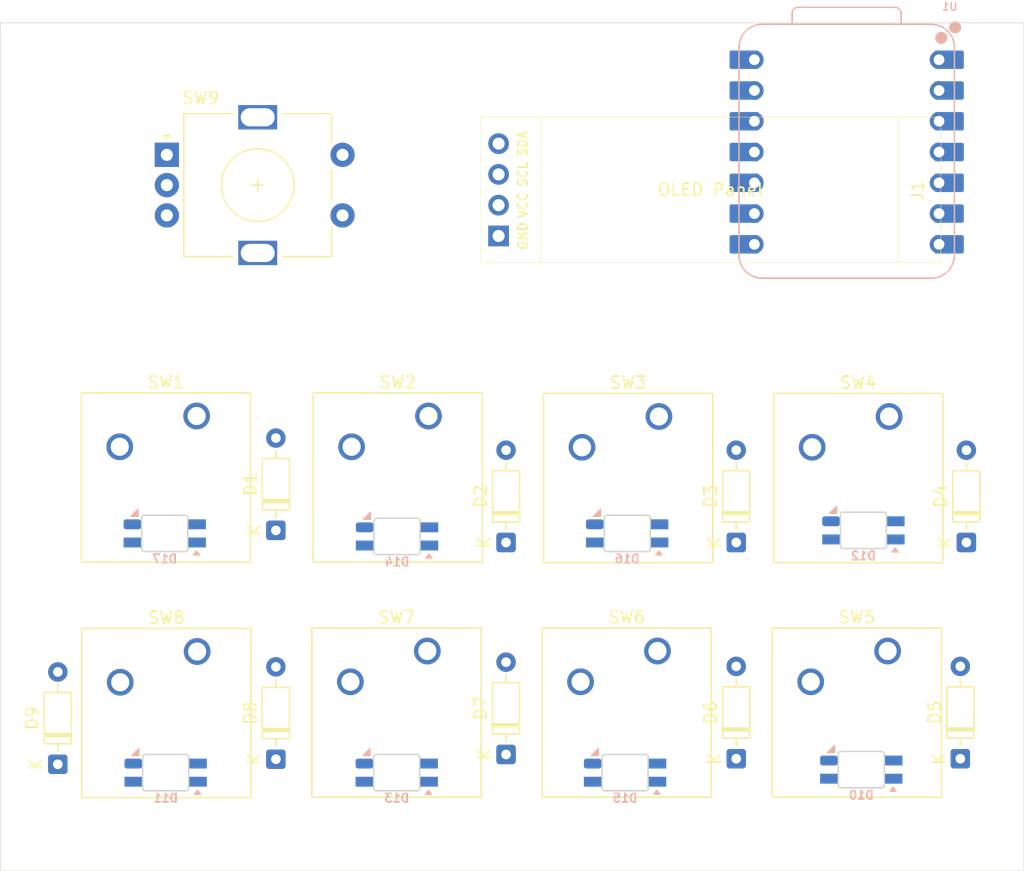
<source format=kicad_pcb>
(kicad_pcb (version 20241229) (generator "pcbnew") (generator_version "9.0")
  (layers (0 "F.Cu" signal) (2 "B.Cu" signal) (13 "F.Paste" user) (15 "B.Paste" user) (5 "F.SilkS" user "F.Silkscreen") (7 "B.SilkS" user "B.Silkscreen") (1 "F.Mask" user) (3 "B.Mask" user) (25 "Edge.Cuts" user))
  (net 0 "")
  (net 1 "Row 1")
  (net 2 "Net-(D1-A)")
  (net 3 "Net-(D2-A)")
  (net 4 "Row 2")
  (net 5 "Row 3")
  (net 6 "Net-(D3-A)")
  (net 7 "Net-(D4-A)")
  (net 8 "Net-(D5-A)")
  (net 9 "Net-(D6-A)")
  (net 10 "EC11SW1")
  (net 11 "Net-(D8-A)")
  (net 12 "Net-(D9-A)")
  (net 13 "LED")
  (net 14 "+5V")
  (net 15 "GND")
  (net 16 "Net-(D10-DOUT)")
  (net 17 "Net-(D11-DOUT)")
  (net 18 "Net-(D11-DIN)")
  (net 19 "Net-(D12-DOUT)")
  (net 20 "Net-(D13-DOUT)")
  (net 21 "Net-(D14-DOUT)")
  (net 22 "Net-(D15-DOUT)")
  (net 24 "SDA")
  (net 25 "SCL")
  (net 26 "VCC")
  (net 27 "Column 1")
  (net 28 "Column 2")
  (net 29 "Column 3")
  (net 30 "EC11RB")
  (net 31 "EC11RA")
  (footprint "Rotary_Encoder:RotaryEncoder_Alps_EC11E-Switch_Vertical_H20mm" (layer "F.Cu") (at 86 69.5)
    (property "Reference" "SW9" (at 2.8 -4.7 0) (layer "F.SilkS"))
    (property "Value" "RotaryEncoder_Switch_MP")
    (fp_line (start -0.3 -1.6) (end 0.3 -1.6) (stroke (width 0.12)) (layer "F.SilkS"))
    (fp_line (start 0 -1.3) (end -0.3 -1.6) (stroke (width 0.12)) (layer "F.SilkS"))
    (fp_line (start 0.3 -1.6) (end 0 -1.3) (stroke (width 0.12)) (layer "F.SilkS"))
    (fp_line (start 1.4 -3.4) (end 1.4 8.4) (stroke (width 0.12)) (layer "F.SilkS"))
    (fp_line (start 5.5 -3.4) (end 1.4 -3.4) (stroke (width 0.12)) (layer "F.SilkS"))
    (fp_line (start 5.5 8.4) (end 1.4 8.4) (stroke (width 0.12)) (layer "F.SilkS"))
    (fp_line (start 7 2.5) (end 8 2.5) (stroke (width 0.12)) (layer "F.SilkS"))
    (fp_line (start 7.5 2) (end 7.5 3) (stroke (width 0.12)) (layer "F.SilkS"))
    (fp_line (start 9.5 -3.4) (end 13.6 -3.4) (stroke (width 0.12)) (layer "F.SilkS"))
    (fp_line (start 13.6 -3.4) (end 13.6 -1) (stroke (width 0.12)) (layer "F.SilkS"))
    (fp_line (start 13.6 1.2) (end 13.6 3.8) (stroke (width 0.12)) (layer "F.SilkS"))
    (fp_line (start 13.6 6) (end 13.6 8.4) (stroke (width 0.12)) (layer "F.SilkS"))
    (fp_line (start 13.6 8.4) (end 9.5 8.4) (stroke (width 0.12)) (layer "F.SilkS"))
    (fp_circle (center 7.5 2.5) (end 10.5 2.5) (stroke (width 0.12)) (fill no) (layer "F.SilkS"))
    (pad "A" thru_hole rect (at 0 0) (size 2 2) (drill 1) (layers "*.Cu" "*.Mask") (net 31 "EC11RA"))
    (pad "B" thru_hole circle (at 0 5) (size 2 2) (drill 1) (layers "*.Cu" "*.Mask") (net 30 "EC11RB"))
    (pad "C" thru_hole circle (at 0 2.5) (size 2 2) (drill 1) (layers "*.Cu" "*.Mask") (net 15 "GND"))
    (pad "MP" thru_hole rect (at 7.5 -3.1) (size 3.2 2) (drill oval 2.8 1.5) (layers "*.Cu" "*.Mask") (net 15 "GND"))
    (pad "MP" thru_hole rect (at 7.5 8.1) (size 3.2 2) (drill oval 2.8 1.5) (layers "*.Cu" "*.Mask") (net 15 "GND"))
    (pad "S1" thru_hole circle (at 14.5 5) (size 2 2) (drill 1) (layers "*.Cu" "*.Mask") (net 10 "EC11SW1"))
    (pad "S2" thru_hole circle (at 14.5 0) (size 2 2) (drill 1) (layers "*.Cu" "*.Mask") (net 29 "Column 3"))
  )
  (footprint "Diode_THT:D_DO-35_SOD27_P7.62mm_Horizontal" (layer "F.Cu") (at 133 119.35 90)
    (property "Reference" "D6" (at 3.81 -2.12 90) (layer "F.SilkS"))
    (property "Value" "1N4148")
    (fp_line (start 2.53 -1.12) (end 2.53 1.12) (stroke (width 0.12)) (layer "F.SilkS"))
    (fp_line (start 2.41 -1.12) (end 2.41 1.12) (stroke (width 0.12)) (layer "F.SilkS"))
    (fp_line (start 2.29 -1.12) (end 2.29 1.12) (stroke (width 0.12)) (layer "F.SilkS"))
    (fp_line (start 6.58 0) (end 5.93 0) (stroke (width 0.12)) (layer "F.SilkS"))
    (fp_line (start 1.04 0) (end 1.69 0) (stroke (width 0.12)) (layer "F.SilkS"))
    (fp_rect (start 1.69 -1.12) (end 5.93 1.12) (stroke (width 0.12)) (fill no) (layer "F.SilkS"))
    (fp_text user "K" (at 0 -1.8 90) (layer "F.SilkS"))
    (pad "1" thru_hole roundrect (at 0 0 90) (size 1.6 1.6) (drill 0.8) (layers "*.Cu" "*.Mask") (roundrect_rratio 0.15625) (net 5 "Row 3"))
    (pad "2" thru_hole circle (at 7.62 0 90) (size 1.6 1.6) (drill 0.8) (layers "*.Cu" "*.Mask") (net 9 "Net-(D6-A)"))
  )
  (footprint "OLED:SSD1306-0.91-OLED-4pin-128x32" (layer "F.Cu") (at 149.885 78.385 180)
    (property "Reference" "J1" (at 1.9 5.91 90) (layer "F.SilkS"))
    (property "Value" "Conn_01x04_Pin")
    (fp_line (start 38 12) (end 38 0) (stroke (width 0.04)) (layer "F.SilkS"))
    (fp_line (start 38 0) (end 0 0) (stroke (width 0.04)) (layer "F.SilkS"))
    (fp_line (start 33 0) (end 33 12) (stroke (width 0.04)) (layer "F.SilkS"))
    (fp_line (start 3.5 0) (end 3.5 12) (stroke (width 0.04)) (layer "F.SilkS"))
    (fp_line (start 0 12) (end 38 12) (stroke (width 0.04)) (layer "F.SilkS"))
    (fp_line (start 0 0) (end 0 12) (stroke (width 0.04)) (layer "F.SilkS"))
    (fp_text user "SDA" (at 34.5 9.81 90) (layer "F.SilkS") (effects (font (size 0.75 0.75))))
    (fp_text user "OLED Panel" (at 19 6 0) (layer "F.SilkS"))
    (fp_text user "VCC" (at 34.5 4.73 90) (layer "F.SilkS") (effects (font (size 0.75 0.75))))
    (fp_text user "GND" (at 34.5 2.19 90) (layer "F.SilkS") (effects (font (size 0.75 0.75))))
    (fp_text user "SCL" (at 34.5 7.27 90) (layer "F.SilkS") (effects (font (size 0.75 0.75))))
    (pad "1" thru_hole rect (at 36.5 2.19 180) (size 1.7 1.7) (drill 1) (layers "*.Cu" "*.Mask") (net 15 "GND"))
    (pad "2" thru_hole oval (at 36.5 4.73 180) (size 1.7 1.7) (drill 1) (layers "*.Cu" "*.Mask") (net 26 "VCC"))
    (pad "3" thru_hole oval (at 36.5 7.27 180) (size 1.7 1.7) (drill 1) (layers "*.Cu" "*.Mask") (net 25 "SCL"))
    (pad "4" thru_hole oval (at 36.5 9.81 180) (size 1.7 1.7) (drill 1) (layers "*.Cu" "*.Mask") (net 24 "SDA"))
  )
  (footprint "Button_Switch_Keyboard:SW_Cherry_MX_1.00u_PCB" (layer "F.Cu") (at 107.5 110.46)
    (property "Reference" "SW7" (at -2.54 -2.794 0) (layer "F.SilkS"))
    (property "Value" "SW_Push")
    (fp_line (start -9.525 -1.905) (end 4.445 -1.905) (stroke (width 0.12)) (layer "F.SilkS"))
    (fp_line (start -9.525 12.065) (end -9.525 -1.905) (stroke (width 0.12)) (layer "F.SilkS"))
    (fp_line (start 4.445 -1.905) (end 4.445 12.065) (stroke (width 0.12)) (layer "F.SilkS"))
    (fp_line (start 4.445 12.065) (end -9.525 12.065) (stroke (width 0.12)) (layer "F.SilkS"))
    (pad "" np_thru_hole circle (at -7.62 5.08) (size 1.7 1.7) (drill 1.7) (layers "*.Cu" "*.Mask"))
    (pad "" np_thru_hole circle (at -2.54 5.08) (size 4 4) (drill 4) (layers "*.Cu" "*.Mask"))
    (pad "" np_thru_hole circle (at 2.54 5.08) (size 1.7 1.7) (drill 1.7) (layers "*.Cu" "*.Mask"))
    (pad "1" thru_hole circle (at 0 0) (size 2.2 2.2) (drill 1.5) (layers "*.Cu" "*.Mask") (net 29 "Column 3"))
    (pad "2" thru_hole circle (at -6.35 2.54) (size 2.2 2.2) (drill 1.5) (layers "*.Cu" "*.Mask") (net 11 "Net-(D8-A)"))
  )
  (footprint "Diode_THT:D_DO-35_SOD27_P7.62mm_Horizontal" (layer "F.Cu") (at 114 119 90)
    (property "Reference" "D7" (at 3.81 -2.12 90) (layer "F.SilkS"))
    (property "Value" "1N4148")
    (fp_line (start 2.53 -1.12) (end 2.53 1.12) (stroke (width 0.12)) (layer "F.SilkS"))
    (fp_line (start 2.41 -1.12) (end 2.41 1.12) (stroke (width 0.12)) (layer "F.SilkS"))
    (fp_line (start 2.29 -1.12) (end 2.29 1.12) (stroke (width 0.12)) (layer "F.SilkS"))
    (fp_line (start 6.58 0) (end 5.93 0) (stroke (width 0.12)) (layer "F.SilkS"))
    (fp_line (start 1.04 0) (end 1.69 0) (stroke (width 0.12)) (layer "F.SilkS"))
    (fp_rect (start 1.69 -1.12) (end 5.93 1.12) (stroke (width 0.12)) (fill no) (layer "F.SilkS"))
    (fp_text user "K" (at 0 -1.8 90) (layer "F.SilkS"))
    (pad "1" thru_hole roundrect (at 0 0 90) (size 1.6 1.6) (drill 0.8) (layers "*.Cu" "*.Mask") (roundrect_rratio 0.15625) (net 5 "Row 3"))
    (pad "2" thru_hole circle (at 7.62 0 90) (size 1.6 1.6) (drill 0.8) (layers "*.Cu" "*.Mask") (net 10 "EC11SW1"))
  )
  (footprint "Button_Switch_Keyboard:SW_Cherry_MX_1.00u_PCB" (layer "F.Cu") (at 126.5 110.46)
    (property "Reference" "SW6" (at -2.54 -2.794 0) (layer "F.SilkS"))
    (property "Value" "SW_Push")
    (fp_line (start -9.525 -1.905) (end 4.445 -1.905) (stroke (width 0.12)) (layer "F.SilkS"))
    (fp_line (start -9.525 12.065) (end -9.525 -1.905) (stroke (width 0.12)) (layer "F.SilkS"))
    (fp_line (start 4.445 -1.905) (end 4.445 12.065) (stroke (width 0.12)) (layer "F.SilkS"))
    (fp_line (start 4.445 12.065) (end -9.525 12.065) (stroke (width 0.12)) (layer "F.SilkS"))
    (pad "" np_thru_hole circle (at -7.62 5.08) (size 1.7 1.7) (drill 1.7) (layers "*.Cu" "*.Mask"))
    (pad "" np_thru_hole circle (at -2.54 5.08) (size 4 4) (drill 4) (layers "*.Cu" "*.Mask"))
    (pad "" np_thru_hole circle (at 2.54 5.08) (size 1.7 1.7) (drill 1.7) (layers "*.Cu" "*.Mask"))
    (pad "1" thru_hole circle (at 0 0) (size 2.2 2.2) (drill 1.5) (layers "*.Cu" "*.Mask") (net 28 "Column 2"))
    (pad "2" thru_hole circle (at -6.35 2.54) (size 2.2 2.2) (drill 1.5) (layers "*.Cu" "*.Mask") (net 9 "Net-(D6-A)"))
  )
  (footprint "Diode_THT:D_DO-35_SOD27_P7.62mm_Horizontal" (layer "F.Cu") (at 133 101.5 90)
    (property "Reference" "D3" (at 3.81 -2.12 90) (layer "F.SilkS"))
    (property "Value" "1N4148")
    (fp_line (start 2.53 -1.12) (end 2.53 1.12) (stroke (width 0.12)) (layer "F.SilkS"))
    (fp_line (start 2.41 -1.12) (end 2.41 1.12) (stroke (width 0.12)) (layer "F.SilkS"))
    (fp_line (start 2.29 -1.12) (end 2.29 1.12) (stroke (width 0.12)) (layer "F.SilkS"))
    (fp_line (start 6.58 0) (end 5.93 0) (stroke (width 0.12)) (layer "F.SilkS"))
    (fp_line (start 1.04 0) (end 1.69 0) (stroke (width 0.12)) (layer "F.SilkS"))
    (fp_rect (start 1.69 -1.12) (end 5.93 1.12) (stroke (width 0.12)) (fill no) (layer "F.SilkS"))
    (fp_text user "K" (at 0 -1.8 90) (layer "F.SilkS"))
    (pad "1" thru_hole roundrect (at 0 0 90) (size 1.6 1.6) (drill 0.8) (layers "*.Cu" "*.Mask") (roundrect_rratio 0.15625) (net 5 "Row 3"))
    (pad "2" thru_hole circle (at 7.62 0 90) (size 1.6 1.6) (drill 0.8) (layers "*.Cu" "*.Mask") (net 6 "Net-(D3-A)"))
  )
  (footprint "Diode_THT:D_DO-35_SOD27_P7.62mm_Horizontal" (layer "F.Cu") (at 152 101.5 90)
    (property "Reference" "D4" (at 3.81 -2.12 90) (layer "F.SilkS"))
    (property "Value" "1N4148")
    (fp_line (start 2.53 -1.12) (end 2.53 1.12) (stroke (width 0.12)) (layer "F.SilkS"))
    (fp_line (start 2.41 -1.12) (end 2.41 1.12) (stroke (width 0.12)) (layer "F.SilkS"))
    (fp_line (start 2.29 -1.12) (end 2.29 1.12) (stroke (width 0.12)) (layer "F.SilkS"))
    (fp_line (start 6.58 0) (end 5.93 0) (stroke (width 0.12)) (layer "F.SilkS"))
    (fp_line (start 1.04 0) (end 1.69 0) (stroke (width 0.12)) (layer "F.SilkS"))
    (fp_rect (start 1.69 -1.12) (end 5.93 1.12) (stroke (width 0.12)) (fill no) (layer "F.SilkS"))
    (fp_text user "K" (at 0 -1.8 90) (layer "F.SilkS"))
    (pad "1" thru_hole roundrect (at 0 0 90) (size 1.6 1.6) (drill 0.8) (layers "*.Cu" "*.Mask") (roundrect_rratio 0.15625) (net 1 "Row 1"))
    (pad "2" thru_hole circle (at 7.62 0 90) (size 1.6 1.6) (drill 0.8) (layers "*.Cu" "*.Mask") (net 7 "Net-(D4-A)"))
  )
  (footprint "Diode_THT:D_DO-35_SOD27_P7.62mm_Horizontal" (layer "F.Cu") (at 95 119.39 90)
    (property "Reference" "D8" (at 3.81 -2.12 90) (layer "F.SilkS"))
    (property "Value" "1N4148")
    (fp_line (start 2.53 -1.12) (end 2.53 1.12) (stroke (width 0.12)) (layer "F.SilkS"))
    (fp_line (start 2.41 -1.12) (end 2.41 1.12) (stroke (width 0.12)) (layer "F.SilkS"))
    (fp_line (start 2.29 -1.12) (end 2.29 1.12) (stroke (width 0.12)) (layer "F.SilkS"))
    (fp_line (start 6.58 0) (end 5.93 0) (stroke (width 0.12)) (layer "F.SilkS"))
    (fp_line (start 1.04 0) (end 1.69 0) (stroke (width 0.12)) (layer "F.SilkS"))
    (fp_rect (start 1.69 -1.12) (end 5.93 1.12) (stroke (width 0.12)) (fill no) (layer "F.SilkS"))
    (fp_text user "K" (at 0 -1.8 90) (layer "F.SilkS"))
    (pad "1" thru_hole roundrect (at 0 0 90) (size 1.6 1.6) (drill 0.8) (layers "*.Cu" "*.Mask") (roundrect_rratio 0.15625) (net 1 "Row 1"))
    (pad "2" thru_hole circle (at 7.62 0 90) (size 1.6 1.6) (drill 0.8) (layers "*.Cu" "*.Mask") (net 11 "Net-(D8-A)"))
  )
  (footprint "Diode_THT:D_DO-35_SOD27_P7.62mm_Horizontal" (layer "F.Cu") (at 77 119.81 90)
    (property "Reference" "D9" (at 3.81 -2.12 90) (layer "F.SilkS"))
    (property "Value" "1N4148")
    (fp_line (start 2.53 -1.12) (end 2.53 1.12) (stroke (width 0.12)) (layer "F.SilkS"))
    (fp_line (start 2.41 -1.12) (end 2.41 1.12) (stroke (width 0.12)) (layer "F.SilkS"))
    (fp_line (start 2.29 -1.12) (end 2.29 1.12) (stroke (width 0.12)) (layer "F.SilkS"))
    (fp_line (start 6.58 0) (end 5.93 0) (stroke (width 0.12)) (layer "F.SilkS"))
    (fp_line (start 1.04 0) (end 1.69 0) (stroke (width 0.12)) (layer "F.SilkS"))
    (fp_rect (start 1.69 -1.12) (end 5.93 1.12) (stroke (width 0.12)) (fill no) (layer "F.SilkS"))
    (fp_text user "K" (at 0 -1.8 90) (layer "F.SilkS"))
    (pad "1" thru_hole roundrect (at 0 0 90) (size 1.6 1.6) (drill 0.8) (layers "*.Cu" "*.Mask") (roundrect_rratio 0.15625) (net 4 "Row 2"))
    (pad "2" thru_hole circle (at 7.62 0 90) (size 1.6 1.6) (drill 0.8) (layers "*.Cu" "*.Mask") (net 12 "Net-(D9-A)"))
  )
  (footprint "Button_Switch_Keyboard:SW_Cherry_MX_1.00u_PCB" (layer "F.Cu") (at 145.5 110.46)
    (property "Reference" "SW5" (at -2.54 -2.794 0) (layer "F.SilkS"))
    (property "Value" "SW_Push")
    (fp_line (start -9.525 -1.905) (end 4.445 -1.905) (stroke (width 0.12)) (layer "F.SilkS"))
    (fp_line (start -9.525 12.065) (end -9.525 -1.905) (stroke (width 0.12)) (layer "F.SilkS"))
    (fp_line (start 4.445 -1.905) (end 4.445 12.065) (stroke (width 0.12)) (layer "F.SilkS"))
    (fp_line (start 4.445 12.065) (end -9.525 12.065) (stroke (width 0.12)) (layer "F.SilkS"))
    (pad "" np_thru_hole circle (at -7.62 5.08) (size 1.7 1.7) (drill 1.7) (layers "*.Cu" "*.Mask"))
    (pad "" np_thru_hole circle (at -2.54 5.08) (size 4 4) (drill 4) (layers "*.Cu" "*.Mask"))
    (pad "" np_thru_hole circle (at 2.54 5.08) (size 1.7 1.7) (drill 1.7) (layers "*.Cu" "*.Mask"))
    (pad "1" thru_hole circle (at 0 0) (size 2.2 2.2) (drill 1.5) (layers "*.Cu" "*.Mask") (net 28 "Column 2"))
    (pad "2" thru_hole circle (at -6.35 2.54) (size 2.2 2.2) (drill 1.5) (layers "*.Cu" "*.Mask") (net 8 "Net-(D5-A)"))
  )
  (footprint "Button_Switch_Keyboard:SW_Cherry_MX_1.00u_PCB" (layer "F.Cu") (at 145.62 91.1)
    (property "Reference" "SW4" (at -2.54 -2.794 0) (layer "F.SilkS"))
    (property "Value" "SW_Push")
    (fp_line (start -9.525 -1.905) (end 4.445 -1.905) (stroke (width 0.12)) (layer "F.SilkS"))
    (fp_line (start -9.525 12.065) (end -9.525 -1.905) (stroke (width 0.12)) (layer "F.SilkS"))
    (fp_line (start 4.445 -1.905) (end 4.445 12.065) (stroke (width 0.12)) (layer "F.SilkS"))
    (fp_line (start 4.445 12.065) (end -9.525 12.065) (stroke (width 0.12)) (layer "F.SilkS"))
    (pad "" np_thru_hole circle (at -7.62 5.08) (size 1.7 1.7) (drill 1.7) (layers "*.Cu" "*.Mask"))
    (pad "" np_thru_hole circle (at -2.54 5.08) (size 4 4) (drill 4) (layers "*.Cu" "*.Mask"))
    (pad "" np_thru_hole circle (at 2.54 5.08) (size 1.7 1.7) (drill 1.7) (layers "*.Cu" "*.Mask"))
    (pad "1" thru_hole circle (at 0 0) (size 2.2 2.2) (drill 1.5) (layers "*.Cu" "*.Mask") (net 28 "Column 2"))
    (pad "2" thru_hole circle (at -6.35 2.54) (size 2.2 2.2) (drill 1.5) (layers "*.Cu" "*.Mask") (net 7 "Net-(D4-A)"))
  )
  (footprint "Button_Switch_Keyboard:SW_Cherry_MX_1.00u_PCB" (layer "F.Cu") (at 88.5 110.5)
    (property "Reference" "SW8" (at -2.54 -2.794 0) (layer "F.SilkS"))
    (property "Value" "SW_Push")
    (fp_line (start -9.525 -1.905) (end 4.445 -1.905) (stroke (width 0.12)) (layer "F.SilkS"))
    (fp_line (start -9.525 12.065) (end -9.525 -1.905) (stroke (width 0.12)) (layer "F.SilkS"))
    (fp_line (start 4.445 -1.905) (end 4.445 12.065) (stroke (width 0.12)) (layer "F.SilkS"))
    (fp_line (start 4.445 12.065) (end -9.525 12.065) (stroke (width 0.12)) (layer "F.SilkS"))
    (pad "" np_thru_hole circle (at -7.62 5.08) (size 1.7 1.7) (drill 1.7) (layers "*.Cu" "*.Mask"))
    (pad "" np_thru_hole circle (at -2.54 5.08) (size 4 4) (drill 4) (layers "*.Cu" "*.Mask"))
    (pad "" np_thru_hole circle (at 2.54 5.08) (size 1.7 1.7) (drill 1.7) (layers "*.Cu" "*.Mask"))
    (pad "1" thru_hole circle (at 0 0) (size 2.2 2.2) (drill 1.5) (layers "*.Cu" "*.Mask") (net 29 "Column 3"))
    (pad "2" thru_hole circle (at -6.35 2.54) (size 2.2 2.2) (drill 1.5) (layers "*.Cu" "*.Mask") (net 12 "Net-(D9-A)"))
  )
  (footprint "Button_Switch_Keyboard:SW_Cherry_MX_1.00u_PCB" (layer "F.Cu") (at 126.62 91.1)
    (property "Reference" "SW3" (at -2.54 -2.794 0) (layer "F.SilkS"))
    (property "Value" "SW_Push")
    (fp_line (start -9.525 -1.905) (end 4.445 -1.905) (stroke (width 0.12)) (layer "F.SilkS"))
    (fp_line (start -9.525 12.065) (end -9.525 -1.905) (stroke (width 0.12)) (layer "F.SilkS"))
    (fp_line (start 4.445 -1.905) (end 4.445 12.065) (stroke (width 0.12)) (layer "F.SilkS"))
    (fp_line (start 4.445 12.065) (end -9.525 12.065) (stroke (width 0.12)) (layer "F.SilkS"))
    (pad "" np_thru_hole circle (at -7.62 5.08) (size 1.7 1.7) (drill 1.7) (layers "*.Cu" "*.Mask"))
    (pad "" np_thru_hole circle (at -2.54 5.08) (size 4 4) (drill 4) (layers "*.Cu" "*.Mask"))
    (pad "" np_thru_hole circle (at 2.54 5.08) (size 1.7 1.7) (drill 1.7) (layers "*.Cu" "*.Mask"))
    (pad "1" thru_hole circle (at 0 0) (size 2.2 2.2) (drill 1.5) (layers "*.Cu" "*.Mask") (net 27 "Column 1"))
    (pad "2" thru_hole circle (at -6.35 2.54) (size 2.2 2.2) (drill 1.5) (layers "*.Cu" "*.Mask") (net 6 "Net-(D3-A)"))
  )
  (footprint "Diode_THT:D_DO-35_SOD27_P7.62mm_Horizontal" (layer "F.Cu") (at 151.5 119.35 90)
    (property "Reference" "D5" (at 3.81 -2.12 90) (layer "F.SilkS"))
    (property "Value" "1N4148")
    (fp_line (start 2.53 -1.12) (end 2.53 1.12) (stroke (width 0.12)) (layer "F.SilkS"))
    (fp_line (start 2.41 -1.12) (end 2.41 1.12) (stroke (width 0.12)) (layer "F.SilkS"))
    (fp_line (start 2.29 -1.12) (end 2.29 1.12) (stroke (width 0.12)) (layer "F.SilkS"))
    (fp_line (start 6.58 0) (end 5.93 0) (stroke (width 0.12)) (layer "F.SilkS"))
    (fp_line (start 1.04 0) (end 1.69 0) (stroke (width 0.12)) (layer "F.SilkS"))
    (fp_rect (start 1.69 -1.12) (end 5.93 1.12) (stroke (width 0.12)) (fill no) (layer "F.SilkS"))
    (fp_text user "K" (at 0 -1.8 90) (layer "F.SilkS"))
    (pad "1" thru_hole roundrect (at 0 0 90) (size 1.6 1.6) (drill 0.8) (layers "*.Cu" "*.Mask") (roundrect_rratio 0.15625) (net 4 "Row 2"))
    (pad "2" thru_hole circle (at 7.62 0 90) (size 1.6 1.6) (drill 0.8) (layers "*.Cu" "*.Mask") (net 8 "Net-(D5-A)"))
  )
  (footprint "Button_Switch_Keyboard:SW_Cherry_MX_1.00u_PCB" (layer "F.Cu") (at 107.6 91.06)
    (property "Reference" "SW2" (at -2.54 -2.794 0) (layer "F.SilkS"))
    (property "Value" "SW_Push")
    (fp_line (start -9.525 -1.905) (end 4.445 -1.905) (stroke (width 0.12)) (layer "F.SilkS"))
    (fp_line (start -9.525 12.065) (end -9.525 -1.905) (stroke (width 0.12)) (layer "F.SilkS"))
    (fp_line (start 4.445 -1.905) (end 4.445 12.065) (stroke (width 0.12)) (layer "F.SilkS"))
    (fp_line (start 4.445 12.065) (end -9.525 12.065) (stroke (width 0.12)) (layer "F.SilkS"))
    (pad "" np_thru_hole circle (at -7.62 5.08) (size 1.7 1.7) (drill 1.7) (layers "*.Cu" "*.Mask"))
    (pad "" np_thru_hole circle (at -2.54 5.08) (size 4 4) (drill 4) (layers "*.Cu" "*.Mask"))
    (pad "" np_thru_hole circle (at 2.54 5.08) (size 1.7 1.7) (drill 1.7) (layers "*.Cu" "*.Mask"))
    (pad "1" thru_hole circle (at 0 0) (size 2.2 2.2) (drill 1.5) (layers "*.Cu" "*.Mask") (net 27 "Column 1"))
    (pad "2" thru_hole circle (at -6.35 2.54) (size 2.2 2.2) (drill 1.5) (layers "*.Cu" "*.Mask") (net 3 "Net-(D2-A)"))
  )
  (footprint "Button_Switch_Keyboard:SW_Cherry_MX_1.00u_PCB" (layer "F.Cu") (at 88.46 91.06)
    (property "Reference" "SW1" (at -2.54 -2.794 0) (layer "F.SilkS"))
    (property "Value" "SW_Push")
    (fp_line (start -9.525 -1.905) (end 4.445 -1.905) (stroke (width 0.12)) (layer "F.SilkS"))
    (fp_line (start -9.525 12.065) (end -9.525 -1.905) (stroke (width 0.12)) (layer "F.SilkS"))
    (fp_line (start 4.445 -1.905) (end 4.445 12.065) (stroke (width 0.12)) (layer "F.SilkS"))
    (fp_line (start 4.445 12.065) (end -9.525 12.065) (stroke (width 0.12)) (layer "F.SilkS"))
    (pad "" np_thru_hole circle (at -7.62 5.08) (size 1.7 1.7) (drill 1.7) (layers "*.Cu" "*.Mask"))
    (pad "" np_thru_hole circle (at -2.54 5.08) (size 4 4) (drill 4) (layers "*.Cu" "*.Mask"))
    (pad "" np_thru_hole circle (at 2.54 5.08) (size 1.7 1.7) (drill 1.7) (layers "*.Cu" "*.Mask"))
    (pad "1" thru_hole circle (at 0 0) (size 2.2 2.2) (drill 1.5) (layers "*.Cu" "*.Mask") (net 27 "Column 1"))
    (pad "2" thru_hole circle (at -6.35 2.54) (size 2.2 2.2) (drill 1.5) (layers "*.Cu" "*.Mask") (net 2 "Net-(D1-A)"))
  )
  (footprint "Diode_THT:D_DO-35_SOD27_P7.62mm_Horizontal" (layer "F.Cu") (at 114 101.5 90)
    (property "Reference" "D2" (at 3.81 -2.12 90) (layer "F.SilkS"))
    (property "Value" "1N4148")
    (fp_line (start 2.53 -1.12) (end 2.53 1.12) (stroke (width 0.12)) (layer "F.SilkS"))
    (fp_line (start 2.41 -1.12) (end 2.41 1.12) (stroke (width 0.12)) (layer "F.SilkS"))
    (fp_line (start 2.29 -1.12) (end 2.29 1.12) (stroke (width 0.12)) (layer "F.SilkS"))
    (fp_line (start 6.58 0) (end 5.93 0) (stroke (width 0.12)) (layer "F.SilkS"))
    (fp_line (start 1.04 0) (end 1.69 0) (stroke (width 0.12)) (layer "F.SilkS"))
    (fp_rect (start 1.69 -1.12) (end 5.93 1.12) (stroke (width 0.12)) (fill no) (layer "F.SilkS"))
    (fp_text user "K" (at 0 -1.8 90) (layer "F.SilkS"))
    (pad "1" thru_hole roundrect (at 0 0 90) (size 1.6 1.6) (drill 0.8) (layers "*.Cu" "*.Mask") (roundrect_rratio 0.15625) (net 4 "Row 2"))
    (pad "2" thru_hole circle (at 7.62 0 90) (size 1.6 1.6) (drill 0.8) (layers "*.Cu" "*.Mask") (net 3 "Net-(D2-A)"))
  )
  (footprint "Diode_THT:D_DO-35_SOD27_P7.62mm_Horizontal" (layer "F.Cu") (at 95 100.5 90)
    (property "Reference" "D1" (at 3.81 -2.12 90) (layer "F.SilkS"))
    (property "Value" "1N4148")
    (fp_line (start 2.53 -1.12) (end 2.53 1.12) (stroke (width 0.12)) (layer "F.SilkS"))
    (fp_line (start 2.41 -1.12) (end 2.41 1.12) (stroke (width 0.12)) (layer "F.SilkS"))
    (fp_line (start 2.29 -1.12) (end 2.29 1.12) (stroke (width 0.12)) (layer "F.SilkS"))
    (fp_line (start 6.58 0) (end 5.93 0) (stroke (width 0.12)) (layer "F.SilkS"))
    (fp_line (start 1.04 0) (end 1.69 0) (stroke (width 0.12)) (layer "F.SilkS"))
    (fp_rect (start 1.69 -1.12) (end 5.93 1.12) (stroke (width 0.12)) (fill no) (layer "F.SilkS"))
    (fp_text user "K" (at 0 -1.8 90) (layer "F.SilkS"))
    (pad "1" thru_hole roundrect (at 0 0 90) (size 1.6 1.6) (drill 0.8) (layers "*.Cu" "*.Mask") (roundrect_rratio 0.15625) (net 1 "Row 1"))
    (pad "2" thru_hole circle (at 7.62 0 90) (size 1.6 1.6) (drill 0.8) (layers "*.Cu" "*.Mask") (net 2 "Net-(D1-A)"))
  )
  (footprint "LED:SK6812-MINI-E" (layer "B.Cu") (at 105 101 180)
    (property "Reference" "D14" (at 0 -2.1 0) (layer "B.SilkS") (effects (font (size 0.7 0.7)) (justify mirror)))
    (property "Value" "SK6812MINI" (hide yes))
    (fp_poly (pts (xy 2.8 1.4) (xy 2.2 1.4) (xy 2.2 2)) (stroke (width 0.1)) (fill yes) (layer "B.SilkS"))
    (fp_poly (pts (xy -2.62 -1.448) (xy -2.38 -1.778) (xy -2.86 -1.778) (xy -2.62 -1.448)) (stroke (width 0.12)) (fill yes) (layer "B.SilkS"))
    (fp_line (start 1.9 1.3) (end 1.9 -1.3) (stroke (width 0.12)) (layer "Edge.Cuts"))
    (fp_line (start 1.7 -1.5) (end -1.7 -1.5) (stroke (width 0.12)) (layer "Edge.Cuts"))
    (fp_line (start -1.7 1.5) (end 1.7 1.5) (stroke (width 0.12)) (layer "Edge.Cuts"))
    (fp_line (start -1.9 -1.3) (end -1.9 1.3) (stroke (width 0.12)) (layer "Edge.Cuts"))
    (fp_arc (start 1.9 1.3) (mid 1.841421 1.441421) (end 1.7 1.5) (stroke (width 0.12)) (layer "Edge.Cuts"))
    (fp_arc (start 1.7 -1.5) (mid 1.841421 -1.441421) (end 1.9 -1.3) (stroke (width 0.12)) (layer "Edge.Cuts"))
    (fp_arc (start -1.7 1.5) (mid -1.841421 1.441421) (end -1.9 1.3) (stroke (width 0.12)) (layer "Edge.Cuts"))
    (fp_arc (start -1.9 -1.3) (mid -1.841421 -1.441421) (end -1.7 -1.5) (stroke (width 0.12)) (layer "Edge.Cuts"))
    (pad "1" smd rect (at -2.675 -0.75 180) (size 1.45 0.82) (layers "B.Cu" "B.Mask" "B.Paste") (net 21 "Net-(D14-DOUT)"))
    (pad "2" smd rect (at -2.675 0.75 180) (size 1.45 0.82) (layers "B.Cu" "B.Mask" "B.Paste") (net 15 "GND"))
    (pad "3" smd roundrect (at 2.675 0.75 180) (size 1.45 0.82) (layers "B.Cu" "B.Mask" "B.Paste") (net 19 "Net-(D12-DOUT)"))
    (pad "4" smd rect (at 2.675 -0.75 180) (size 1.45 0.82) (layers "B.Cu" "B.Mask" "B.Paste") (net 14 "+5V"))
  )
  (footprint "LED:SK6812-MINI-E" (layer "B.Cu") (at 143.325 120.25 180)
    (property "Reference" "D10" (at 0 -2.1 0) (layer "B.SilkS") (effects (font (size 0.7 0.7)) (justify mirror)))
    (property "Value" "SK6812MINI" (hide yes))
    (fp_poly (pts (xy 2.8 1.4) (xy 2.2 1.4) (xy 2.2 2)) (stroke (width 0.1)) (fill yes) (layer "B.SilkS"))
    (fp_poly (pts (xy -2.62 -1.448) (xy -2.38 -1.778) (xy -2.86 -1.778) (xy -2.62 -1.448)) (stroke (width 0.12)) (fill yes) (layer "B.SilkS"))
    (fp_line (start 1.9 1.3) (end 1.9 -1.3) (stroke (width 0.12)) (layer "Edge.Cuts"))
    (fp_line (start 1.7 -1.5) (end -1.7 -1.5) (stroke (width 0.12)) (layer "Edge.Cuts"))
    (fp_line (start -1.7 1.5) (end 1.7 1.5) (stroke (width 0.12)) (layer "Edge.Cuts"))
    (fp_line (start -1.9 -1.3) (end -1.9 1.3) (stroke (width 0.12)) (layer "Edge.Cuts"))
    (fp_arc (start 1.9 1.3) (mid 1.841421 1.441421) (end 1.7 1.5) (stroke (width 0.12)) (layer "Edge.Cuts"))
    (fp_arc (start 1.7 -1.5) (mid 1.841421 -1.441421) (end 1.9 -1.3) (stroke (width 0.12)) (layer "Edge.Cuts"))
    (fp_arc (start -1.7 1.5) (mid -1.841421 1.441421) (end -1.9 1.3) (stroke (width 0.12)) (layer "Edge.Cuts"))
    (fp_arc (start -1.9 -1.3) (mid -1.841421 -1.441421) (end -1.7 -1.5) (stroke (width 0.12)) (layer "Edge.Cuts"))
    (pad "1" smd rect (at -2.675 -0.75 180) (size 1.45 0.82) (layers "B.Cu" "B.Mask" "B.Paste") (net 16 "Net-(D10-DOUT)"))
    (pad "2" smd rect (at -2.675 0.75 180) (size 1.45 0.82) (layers "B.Cu" "B.Mask" "B.Paste") (net 15 "GND"))
    (pad "3" smd roundrect (at 2.675 0.75 180) (size 1.45 0.82) (layers "B.Cu" "B.Mask" "B.Paste") (net 13 "LED"))
    (pad "4" smd rect (at 2.675 -0.75 180) (size 1.45 0.82) (layers "B.Cu" "B.Mask" "B.Paste") (net 14 "+5V"))
  )
  (footprint "LED:SK6812-MINI-E" (layer "B.Cu") (at 85.9 120.5 180)
    (property "Reference" "D11" (at 0 -2.1 0) (layer "B.SilkS") (effects (font (size 0.7 0.7)) (justify mirror)))
    (property "Value" "SK6812MINI" (hide yes))
    (fp_poly (pts (xy 2.8 1.4) (xy 2.2 1.4) (xy 2.2 2)) (stroke (width 0.1)) (fill yes) (layer "B.SilkS"))
    (fp_poly (pts (xy -2.62 -1.448) (xy -2.38 -1.778) (xy -2.86 -1.778) (xy -2.62 -1.448)) (stroke (width 0.12)) (fill yes) (layer "B.SilkS"))
    (fp_line (start 1.9 1.3) (end 1.9 -1.3) (stroke (width 0.12)) (layer "Edge.Cuts"))
    (fp_line (start 1.7 -1.5) (end -1.7 -1.5) (stroke (width 0.12)) (layer "Edge.Cuts"))
    (fp_line (start -1.7 1.5) (end 1.7 1.5) (stroke (width 0.12)) (layer "Edge.Cuts"))
    (fp_line (start -1.9 -1.3) (end -1.9 1.3) (stroke (width 0.12)) (layer "Edge.Cuts"))
    (fp_arc (start 1.9 1.3) (mid 1.841421 1.441421) (end 1.7 1.5) (stroke (width 0.12)) (layer "Edge.Cuts"))
    (fp_arc (start 1.7 -1.5) (mid 1.841421 -1.441421) (end 1.9 -1.3) (stroke (width 0.12)) (layer "Edge.Cuts"))
    (fp_arc (start -1.7 1.5) (mid -1.841421 1.441421) (end -1.9 1.3) (stroke (width 0.12)) (layer "Edge.Cuts"))
    (fp_arc (start -1.9 -1.3) (mid -1.841421 -1.441421) (end -1.7 -1.5) (stroke (width 0.12)) (layer "Edge.Cuts"))
    (pad "1" smd rect (at -2.675 -0.75 180) (size 1.45 0.82) (layers "B.Cu" "B.Mask" "B.Paste") (net 17 "Net-(D11-DOUT)"))
    (pad "2" smd rect (at -2.675 0.75 180) (size 1.45 0.82) (layers "B.Cu" "B.Mask" "B.Paste") (net 15 "GND"))
    (pad "3" smd roundrect (at 2.675 0.75 180) (size 1.45 0.82) (layers "B.Cu" "B.Mask" "B.Paste") (net 18 "Net-(D11-DIN)"))
    (pad "4" smd rect (at 2.675 -0.75 180) (size 1.45 0.82) (layers "B.Cu" "B.Mask" "B.Paste") (net 14 "+5V"))
  )
  (footprint "LED:SK6812-MINI-E" (layer "B.Cu") (at 85.825 100.75 180)
    (property "Reference" "D17" (at 0 -2.1 0) (layer "B.SilkS") (effects (font (size 0.7 0.7)) (justify mirror)))
    (property "Value" "SK6812MINI" (hide yes))
    (fp_poly (pts (xy 2.8 1.4) (xy 2.2 1.4) (xy 2.2 2)) (stroke (width 0.1)) (fill yes) (layer "B.SilkS"))
    (fp_poly (pts (xy -2.62 -1.448) (xy -2.38 -1.778) (xy -2.86 -1.778) (xy -2.62 -1.448)) (stroke (width 0.12)) (fill yes) (layer "B.SilkS"))
    (fp_line (start 1.9 1.3) (end 1.9 -1.3) (stroke (width 0.12)) (layer "Edge.Cuts"))
    (fp_line (start 1.7 -1.5) (end -1.7 -1.5) (stroke (width 0.12)) (layer "Edge.Cuts"))
    (fp_line (start -1.7 1.5) (end 1.7 1.5) (stroke (width 0.12)) (layer "Edge.Cuts"))
    (fp_line (start -1.9 -1.3) (end -1.9 1.3) (stroke (width 0.12)) (layer "Edge.Cuts"))
    (fp_arc (start 1.9 1.3) (mid 1.841421 1.441421) (end 1.7 1.5) (stroke (width 0.12)) (layer "Edge.Cuts"))
    (fp_arc (start 1.7 -1.5) (mid 1.841421 -1.441421) (end 1.9 -1.3) (stroke (width 0.12)) (layer "Edge.Cuts"))
    (fp_arc (start -1.7 1.5) (mid -1.841421 1.441421) (end -1.9 1.3) (stroke (width 0.12)) (layer "Edge.Cuts"))
    (fp_arc (start -1.9 -1.3) (mid -1.841421 -1.441421) (end -1.7 -1.5) (stroke (width 0.12)) (layer "Edge.Cuts"))
    (pad "1" smd rect (at -2.675 -0.75 180) (size 1.45 0.82) (layers "B.Cu" "B.Mask" "B.Paste"))
    (pad "2" smd rect (at -2.675 0.75 180) (size 1.45 0.82) (layers "B.Cu" "B.Mask" "B.Paste") (net 15 "GND"))
    (pad "3" smd roundrect (at 2.675 0.75 180) (size 1.45 0.82) (layers "B.Cu" "B.Mask" "B.Paste") (net 22 "Net-(D15-DOUT)"))
    (pad "4" smd rect (at 2.675 -0.75 180) (size 1.45 0.82) (layers "B.Cu" "B.Mask" "B.Paste") (net 14 "+5V"))
  )
  (footprint "LED:SK6812-MINI-E" (layer "B.Cu") (at 123.825 120.5 180)
    (property "Reference" "D15" (at 0 -2.1 0) (layer "B.SilkS") (effects (font (size 0.7 0.7)) (justify mirror)))
    (property "Value" "SK6812MINI" (hide yes))
    (fp_poly (pts (xy 2.8 1.4) (xy 2.2 1.4) (xy 2.2 2)) (stroke (width 0.1)) (fill yes) (layer "B.SilkS"))
    (fp_poly (pts (xy -2.62 -1.448) (xy -2.38 -1.778) (xy -2.86 -1.778) (xy -2.62 -1.448)) (stroke (width 0.12)) (fill yes) (layer "B.SilkS"))
    (fp_line (start 1.9 1.3) (end 1.9 -1.3) (stroke (width 0.12)) (layer "Edge.Cuts"))
    (fp_line (start 1.7 -1.5) (end -1.7 -1.5) (stroke (width 0.12)) (layer "Edge.Cuts"))
    (fp_line (start -1.7 1.5) (end 1.7 1.5) (stroke (width 0.12)) (layer "Edge.Cuts"))
    (fp_line (start -1.9 -1.3) (end -1.9 1.3) (stroke (width 0.12)) (layer "Edge.Cuts"))
    (fp_arc (start 1.9 1.3) (mid 1.841421 1.441421) (end 1.7 1.5) (stroke (width 0.12)) (layer "Edge.Cuts"))
    (fp_arc (start 1.7 -1.5) (mid 1.841421 -1.441421) (end 1.9 -1.3) (stroke (width 0.12)) (layer "Edge.Cuts"))
    (fp_arc (start -1.7 1.5) (mid -1.841421 1.441421) (end -1.9 1.3) (stroke (width 0.12)) (layer "Edge.Cuts"))
    (fp_arc (start -1.9 -1.3) (mid -1.841421 -1.441421) (end -1.7 -1.5) (stroke (width 0.12)) (layer "Edge.Cuts"))
    (pad "1" smd rect (at -2.675 -0.75 180) (size 1.45 0.82) (layers "B.Cu" "B.Mask" "B.Paste") (net 22 "Net-(D15-DOUT)"))
    (pad "2" smd rect (at -2.675 0.75 180) (size 1.45 0.82) (layers "B.Cu" "B.Mask" "B.Paste") (net 15 "GND"))
    (pad "3" smd roundrect (at 2.675 0.75 180) (size 1.45 0.82) (layers "B.Cu" "B.Mask" "B.Paste") (net 20 "Net-(D13-DOUT)"))
    (pad "4" smd rect (at 2.675 -0.75 180) (size 1.45 0.82) (layers "B.Cu" "B.Mask" "B.Paste") (net 14 "+5V"))
  )
  (footprint "OPL:XIAO-RP2040-DIP" (layer "B.Cu") (at 142.12 69.2685 180)
    (property "Reference" "U1" (at -8.5 12 0) (layer "B.SilkS") (effects (font (size 0.635 0.635) (thickness 0.1016)) (justify mirror)))
    (property "Value" "XIAO-RP2040-DIP")
    (fp_line (start 8.89 -8.509) (end 8.89 8.636) (stroke (width 0.127)) (layer "B.SilkS"))
    (fp_line (start 6.985 10.541) (end -6.985 10.541) (stroke (width 0.1)) (layer "B.SilkS"))
    (fp_line (start 6.985 10.541) (end -6.985 10.541) (stroke (width 0.127)) (layer "B.SilkS"))
    (fp_line (start 4.504 11.451) (end 4.504 10.541) (stroke (width 0.127)) (layer "B.SilkS"))
    (fp_line (start -3.991272 11.951) (end 4.004 11.951) (stroke (width 0.127)) (layer "B.SilkS"))
    (fp_line (start -4.495 10.541) (end -4.491272 11.451272) (stroke (width 0.127)) (layer "B.SilkS"))
    (fp_line (start -6.985 -10.414) (end 6.985 -10.414) (stroke (width 0.127)) (layer "B.SilkS"))
    (fp_line (start -8.89 -8.509) (end -8.89 8.636) (stroke (width 0.127)) (layer "B.SilkS"))
    (fp_arc (start 8.89 8.636) (mid 8.332038 9.983038) (end 6.985 10.541) (stroke (width 0.127)) (layer "B.SilkS"))
    (fp_arc (start 6.985 -10.414) (mid 8.332038 -9.856038) (end 8.89 -8.509) (stroke (width 0.127)) (layer "B.SilkS"))
    (fp_arc (start 4.504 11.451) (mid 4.357553 11.804553) (end 4.004 11.951) (stroke (width 0.127)) (layer "B.SilkS"))
    (fp_arc (start -3.991272 11.951) (mid -4.344724 11.804644) (end -4.491272 11.451272) (stroke (width 0.127)) (layer "B.SilkS"))
    (fp_arc (start -6.985 10.541) (mid -8.332038 9.983038) (end -8.89 8.636) (stroke (width 0.127)) (layer "B.SilkS"))
    (fp_arc (start -8.89 -8.509) (mid -8.332038 -9.856038) (end -6.985 -10.414) (stroke (width 0.127)) (layer "B.SilkS"))
    (fp_circle (center -7.807 9.42) (end -7.807 9.674) (stroke (width 0.5)) (fill yes) (layer "B.SilkS"))
    (fp_circle (center -8.95 10.3) (end -8.95 10.554) (stroke (width 0.5)) (fill yes) (layer "B.SilkS"))
    (pad "1" smd roundrect (at -8.455 7.62) (size 2.432 1.524) (layers "B.Cu" "B.Mask") (roundrect_rratio 0.1) (net 13 "LED"))
    (pad "1" thru_hole circle (at -7.62 7.62) (size 1.524 1.524) (drill 0.889) (layers "*.Cu" "*.Mask") (net 13 "LED"))
    (pad "2" smd roundrect (at -8.455 5.08) (size 2.432 1.524) (layers "B.Cu" "B.Mask") (roundrect_rratio 0.1) (net 1 "Row 1"))
    (pad "2" thru_hole circle (at -7.62 5.08) (size 1.524 1.524) (drill 0.889) (layers "*.Cu" "*.Mask") (net 1 "Row 1"))
    (pad "3" smd roundrect (at -8.455 2.54) (size 2.432 1.524) (layers "B.Cu" "B.Mask") (roundrect_rratio 0.1) (net 4 "Row 2"))
    (pad "3" thru_hole circle (at -7.62 2.54) (size 1.524 1.524) (drill 0.889) (layers "*.Cu" "*.Mask") (net 4 "Row 2"))
    (pad "4" smd roundrect (at -8.455 0) (size 2.432 1.524) (layers "B.Cu" "B.Mask") (roundrect_rratio 0.1) (net 5 "Row 3"))
    (pad "4" thru_hole circle (at -7.62 0) (size 1.524 1.524) (drill 0.889) (layers "*.Cu" "*.Mask") (net 5 "Row 3"))
    (pad "5" smd roundrect (at -8.455 -2.54) (size 2.432 1.524) (layers "B.Cu" "B.Mask") (roundrect_rratio 0.1) (net 24 "SDA"))
    (pad "5" thru_hole circle (at -7.62 -2.54) (size 1.524 1.524) (drill 0.889) (layers "*.Cu" "*.Mask") (net 24 "SDA"))
    (pad "6" smd roundrect (at -8.455 -5.08) (size 2.432 1.524) (layers "B.Cu" "B.Mask") (roundrect_rratio 0.1) (net 25 "SCL"))
    (pad "6" thru_hole circle (at -7.62 -5.08) (size 1.524 1.524) (drill 0.889) (layers "*.Cu" "*.Mask") (net 25 "SCL"))
    (pad "7" smd roundrect (at -8.455 -7.62) (size 2.432 1.524) (layers "B.Cu" "B.Mask") (roundrect_rratio 0.1) (net 31 "EC11RA"))
    (pad "7" thru_hole circle (at -7.62 -7.62) (size 1.524 1.524) (drill 0.889) (layers "*.Cu" "*.Mask") (net 31 "EC11RA"))
    (pad "8" thru_hole circle (at 7.62 -7.62 180) (size 1.524 1.524) (drill 0.889) (layers "*.Cu" "*.Mask") (net 30 "EC11RB"))
    (pad "8" smd roundrect (at 8.455 -7.62 180) (size 2.432 1.524) (layers "B.Cu" "B.Mask") (roundrect_rratio 0.1) (net 30 "EC11RB"))
    (pad "9" thru_hole circle (at 7.62 -5.08 180) (size 1.524 1.524) (drill 0.889) (layers "*.Cu" "*.Mask") (net 29 "Column 3"))
    (pad "9" smd roundrect (at 8.455 -5.08 180) (size 2.432 1.524) (layers "B.Cu" "B.Mask") (roundrect_rratio 0.1) (net 29 "Column 3"))
    (pad "10" thru_hole circle (at 7.62 -2.54 180) (size 1.524 1.524) (drill 0.889) (layers "*.Cu" "*.Mask") (net 28 "Column 2"))
    (pad "10" smd roundrect (at 8.455 -2.54 180) (size 2.432 1.524) (layers "B.Cu" "B.Mask") (roundrect_rratio 0.1) (net 28 "Column 2"))
    (pad "11" thru_hole circle (at 7.62 0 180) (size 1.524 1.524) (drill 0.889) (layers "*.Cu" "*.Mask") (net 27 "Column 1"))
    (pad "11" smd roundrect (at 8.455 0 180) (size 2.432 1.524) (layers "B.Cu" "B.Mask") (roundrect_rratio 0.1) (net 27 "Column 1"))
    (pad "12" thru_hole circle (at 7.62 2.54 180) (size 1.524 1.524) (drill 0.889) (layers "*.Cu" "*.Mask") (net 26 "VCC"))
    (pad "12" smd roundrect (at 8.455 2.54 180) (size 2.432 1.524) (layers "B.Cu" "B.Mask") (roundrect_rratio 0.1) (net 26 "VCC"))
    (pad "13" thru_hole circle (at 7.62 5.08 180) (size 1.524 1.524) (drill 0.889) (layers "*.Cu" "*.Mask") (net 15 "GND"))
    (pad "13" smd roundrect (at 8.455 5.08 180) (size 2.432 1.524) (layers "B.Cu" "B.Mask") (roundrect_rratio 0.1) (net 15 "GND"))
    (pad "14" thru_hole circle (at 7.62 7.62 180) (size 1.524 1.524) (drill 0.889) (layers "*.Cu" "*.Mask") (net 14 "+5V"))
    (pad "14" smd roundrect (at 8.455 7.62 180) (size 2.432 1.524) (layers "B.Cu" "B.Mask") (roundrect_rratio 0.1) (net 14 "+5V"))
  )
  (footprint "LED:SK6812-MINI-E" (layer "B.Cu") (at 104.975 120.5 180)
    (property "Reference" "D13" (at 0 -2.1 0) (layer "B.SilkS") (effects (font (size 0.7 0.7)) (justify mirror)))
    (property "Value" "SK6812MINI" (hide yes))
    (fp_poly (pts (xy 2.8 1.4) (xy 2.2 1.4) (xy 2.2 2)) (stroke (width 0.1)) (fill yes) (layer "B.SilkS"))
    (fp_poly (pts (xy -2.62 -1.448) (xy -2.38 -1.778) (xy -2.86 -1.778) (xy -2.62 -1.448)) (stroke (width 0.12)) (fill yes) (layer "B.SilkS"))
    (fp_line (start 1.9 1.3) (end 1.9 -1.3) (stroke (width 0.12)) (layer "Edge.Cuts"))
    (fp_line (start 1.7 -1.5) (end -1.7 -1.5) (stroke (width 0.12)) (layer "Edge.Cuts"))
    (fp_line (start -1.7 1.5) (end 1.7 1.5) (stroke (width 0.12)) (layer "Edge.Cuts"))
    (fp_line (start -1.9 -1.3) (end -1.9 1.3) (stroke (width 0.12)) (layer "Edge.Cuts"))
    (fp_arc (start 1.9 1.3) (mid 1.841421 1.441421) (end 1.7 1.5) (stroke (width 0.12)) (layer "Edge.Cuts"))
    (fp_arc (start 1.7 -1.5) (mid 1.841421 -1.441421) (end 1.9 -1.3) (stroke (width 0.12)) (layer "Edge.Cuts"))
    (fp_arc (start -1.7 1.5) (mid -1.841421 1.441421) (end -1.9 1.3) (stroke (width 0.12)) (layer "Edge.Cuts"))
    (fp_arc (start -1.9 -1.3) (mid -1.841421 -1.441421) (end -1.7 -1.5) (stroke (width 0.12)) (layer "Edge.Cuts"))
    (pad "1" smd rect (at -2.675 -0.75 180) (size 1.45 0.82) (layers "B.Cu" "B.Mask" "B.Paste") (net 20 "Net-(D13-DOUT)"))
    (pad "2" smd rect (at -2.675 0.75 180) (size 1.45 0.82) (layers "B.Cu" "B.Mask" "B.Paste") (net 15 "GND"))
    (pad "3" smd roundrect (at 2.675 0.75 180) (size 1.45 0.82) (layers "B.Cu" "B.Mask" "B.Paste") (net 17 "Net-(D11-DOUT)"))
    (pad "4" smd rect (at 2.675 -0.75 180) (size 1.45 0.82) (layers "B.Cu" "B.Mask" "B.Paste") (net 14 "+5V"))
  )
  (footprint "LED:SK6812-MINI-E" (layer "B.Cu") (at 143.5 100.5 180)
    (property "Reference" "D12" (at 0 -2.1 0) (layer "B.SilkS") (effects (font (size 0.7 0.7)) (justify mirror)))
    (property "Value" "SK6812MINI" (hide yes))
    (fp_poly (pts (xy 2.8 1.4) (xy 2.2 1.4) (xy 2.2 2)) (stroke (width 0.1)) (fill yes) (layer "B.SilkS"))
    (fp_poly (pts (xy -2.62 -1.448) (xy -2.38 -1.778) (xy -2.86 -1.778) (xy -2.62 -1.448)) (stroke (width 0.12)) (fill yes) (layer "B.SilkS"))
    (fp_line (start 1.9 1.3) (end 1.9 -1.3) (stroke (width 0.12)) (layer "Edge.Cuts"))
    (fp_line (start 1.7 -1.5) (end -1.7 -1.5) (stroke (width 0.12)) (layer "Edge.Cuts"))
    (fp_line (start -1.7 1.5) (end 1.7 1.5) (stroke (width 0.12)) (layer "Edge.Cuts"))
    (fp_line (start -1.9 -1.3) (end -1.9 1.3) (stroke (width 0.12)) (layer "Edge.Cuts"))
    (fp_arc (start 1.9 1.3) (mid 1.841421 1.441421) (end 1.7 1.5) (stroke (width 0.12)) (layer "Edge.Cuts"))
    (fp_arc (start 1.7 -1.5) (mid 1.841421 -1.441421) (end 1.9 -1.3) (stroke (width 0.12)) (layer "Edge.Cuts"))
    (fp_arc (start -1.7 1.5) (mid -1.841421 1.441421) (end -1.9 1.3) (stroke (width 0.12)) (layer "Edge.Cuts"))
    (fp_arc (start -1.9 -1.3) (mid -1.841421 -1.441421) (end -1.7 -1.5) (stroke (width 0.12)) (layer "Edge.Cuts"))
    (pad "1" smd rect (at -2.675 -0.75 180) (size 1.45 0.82) (layers "B.Cu" "B.Mask" "B.Paste") (net 19 "Net-(D12-DOUT)"))
    (pad "2" smd rect (at -2.675 0.75 180) (size 1.45 0.82) (layers "B.Cu" "B.Mask" "B.Paste") (net 15 "GND"))
    (pad "3" smd roundrect (at 2.675 0.75 180) (size 1.45 0.82) (layers "B.Cu" "B.Mask" "B.Paste") (net 16 "Net-(D10-DOUT)"))
    (pad "4" smd rect (at 2.675 -0.75 180) (size 1.45 0.82) (layers "B.Cu" "B.Mask" "B.Paste") (net 14 "+5V"))
  )
  (footprint "LED:SK6812-MINI-E" (layer "B.Cu") (at 124 100.75 180)
    (property "Reference" "D16" (at 0 -2.1 0) (layer "B.SilkS") (effects (font (size 0.7 0.7)) (justify mirror)))
    (property "Value" "SK6812MINI" (hide yes))
    (fp_poly (pts (xy 2.8 1.4) (xy 2.2 1.4) (xy 2.2 2)) (stroke (width 0.1)) (fill yes) (layer "B.SilkS"))
    (fp_poly (pts (xy -2.62 -1.448) (xy -2.38 -1.778) (xy -2.86 -1.778) (xy -2.62 -1.448)) (stroke (width 0.12)) (fill yes) (layer "B.SilkS"))
    (fp_line (start 1.9 1.3) (end 1.9 -1.3) (stroke (width 0.12)) (layer "Edge.Cuts"))
    (fp_line (start 1.7 -1.5) (end -1.7 -1.5) (stroke (width 0.12)) (layer "Edge.Cuts"))
    (fp_line (start -1.7 1.5) (end 1.7 1.5) (stroke (width 0.12)) (layer "Edge.Cuts"))
    (fp_line (start -1.9 -1.3) (end -1.9 1.3) (stroke (width 0.12)) (layer "Edge.Cuts"))
    (fp_arc (start 1.9 1.3) (mid 1.841421 1.441421) (end 1.7 1.5) (stroke (width 0.12)) (layer "Edge.Cuts"))
    (fp_arc (start 1.7 -1.5) (mid 1.841421 -1.441421) (end 1.9 -1.3) (stroke (width 0.12)) (layer "Edge.Cuts"))
    (fp_arc (start -1.7 1.5) (mid -1.841421 1.441421) (end -1.9 1.3) (stroke (width 0.12)) (layer "Edge.Cuts"))
    (fp_arc (start -1.9 -1.3) (mid -1.841421 -1.441421) (end -1.7 -1.5) (stroke (width 0.12)) (layer "Edge.Cuts"))
    (pad "1" smd rect (at -2.675 -0.75 180) (size 1.45 0.82) (layers "B.Cu" "B.Mask" "B.Paste") (net 18 "Net-(D11-DIN)"))
    (pad "2" smd rect (at -2.675 0.75 180) (size 1.45 0.82) (layers "B.Cu" "B.Mask" "B.Paste") (net 15 "GND"))
    (pad "3" smd roundrect (at 2.675 0.75 180) (size 1.45 0.82) (layers "B.Cu" "B.Mask" "B.Paste") (net 21 "Net-(D14-DOUT)"))
    (pad "4" smd rect (at 2.675 -0.75 180) (size 1.45 0.82) (layers "B.Cu" "B.Mask" "B.Paste") (net 14 "+5V"))
  )
  (gr_rect (start 72.25 58.6) (end 156.75 128.6) (stroke (width 0.05)) (fill no) (layer "Edge.Cuts"))
)
</source>
